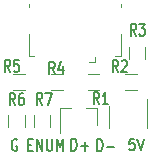
<source format=gto>
%TF.GenerationSoftware,KiCad,Pcbnew,4.0.7*%
%TF.CreationDate,2017-11-15T16:48:18+08:00*%
%TF.ProjectId,MicroUSB,4D6963726F5553422E6B696361645F70,rev?*%
%TF.FileFunction,Legend,Top*%
%FSLAX46Y46*%
G04 Gerber Fmt 4.6, Leading zero omitted, Abs format (unit mm)*
G04 Created by KiCad (PCBNEW 4.0.7) date 11/15/17 16:48:18*
%MOMM*%
%LPD*%
G01*
G04 APERTURE LIST*
%ADD10C,0.100000*%
%ADD11C,0.200000*%
%ADD12C,0.120000*%
G04 APERTURE END LIST*
D10*
D11*
X3059524Y-12840000D02*
X2983333Y-12792381D01*
X2869048Y-12792381D01*
X2754762Y-12840000D01*
X2678571Y-12935238D01*
X2640476Y-13030476D01*
X2602381Y-13220952D01*
X2602381Y-13363810D01*
X2640476Y-13554286D01*
X2678571Y-13649524D01*
X2754762Y-13744762D01*
X2869048Y-13792381D01*
X2945238Y-13792381D01*
X3059524Y-13744762D01*
X3097619Y-13697143D01*
X3097619Y-13363810D01*
X2945238Y-13363810D01*
X4023333Y-13268571D02*
X4290000Y-13268571D01*
X4404286Y-13792381D02*
X4023333Y-13792381D01*
X4023333Y-12792381D01*
X4404286Y-12792381D01*
X4747143Y-13792381D02*
X4747143Y-12792381D01*
X5204286Y-13792381D01*
X5204286Y-12792381D01*
X5585238Y-12792381D02*
X5585238Y-13601905D01*
X5623333Y-13697143D01*
X5661429Y-13744762D01*
X5737619Y-13792381D01*
X5890000Y-13792381D01*
X5966191Y-13744762D01*
X6004286Y-13697143D01*
X6042381Y-13601905D01*
X6042381Y-12792381D01*
X6423333Y-13792381D02*
X6423333Y-12792381D01*
X6690000Y-13506667D01*
X6956667Y-12792381D01*
X6956667Y-13792381D01*
X7675238Y-13772381D02*
X7675238Y-12772381D01*
X7865714Y-12772381D01*
X7980000Y-12820000D01*
X8056191Y-12915238D01*
X8094286Y-13010476D01*
X8132381Y-13200952D01*
X8132381Y-13343810D01*
X8094286Y-13534286D01*
X8056191Y-13629524D01*
X7980000Y-13724762D01*
X7865714Y-13772381D01*
X7675238Y-13772381D01*
X8475238Y-13391429D02*
X9084762Y-13391429D01*
X8780000Y-13772381D02*
X8780000Y-13010476D01*
X9875238Y-13812381D02*
X9875238Y-12812381D01*
X10065714Y-12812381D01*
X10180000Y-12860000D01*
X10256191Y-12955238D01*
X10294286Y-13050476D01*
X10332381Y-13240952D01*
X10332381Y-13383810D01*
X10294286Y-13574286D01*
X10256191Y-13669524D01*
X10180000Y-13764762D01*
X10065714Y-13812381D01*
X9875238Y-13812381D01*
X10675238Y-13431429D02*
X11284762Y-13431429D01*
X12987620Y-12752381D02*
X12606667Y-12752381D01*
X12568572Y-13228571D01*
X12606667Y-13180952D01*
X12682858Y-13133333D01*
X12873334Y-13133333D01*
X12949524Y-13180952D01*
X12987620Y-13228571D01*
X13025715Y-13323810D01*
X13025715Y-13561905D01*
X12987620Y-13657143D01*
X12949524Y-13704762D01*
X12873334Y-13752381D01*
X12682858Y-13752381D01*
X12606667Y-13704762D01*
X12568572Y-13657143D01*
X13254286Y-12752381D02*
X13520953Y-13752381D01*
X13787620Y-12752381D01*
D12*
X11850000Y-5760000D02*
X11400000Y-5760000D01*
X11850000Y-3910000D02*
X11850000Y-5760000D01*
X4050000Y-1360000D02*
X4050000Y-1610000D01*
X11850000Y-1360000D02*
X11850000Y-1610000D01*
X4050000Y-3910000D02*
X4050000Y-5760000D01*
X4050000Y-5760000D02*
X4500000Y-5760000D01*
X9650000Y-6310000D02*
X9200000Y-6310000D01*
X9650000Y-6310000D02*
X9650000Y-5860000D01*
X9860000Y-10130000D02*
X8930000Y-10130000D01*
X6700000Y-10130000D02*
X7630000Y-10130000D01*
X6700000Y-10130000D02*
X6700000Y-12290000D01*
X9860000Y-10130000D02*
X9860000Y-11590000D01*
X10870000Y-10020000D02*
X10870000Y-11820000D01*
X14090000Y-11820000D02*
X14090000Y-9370000D01*
X12240000Y-7290000D02*
X13240000Y-7290000D01*
X13240000Y-8650000D02*
X12240000Y-8650000D01*
X10040000Y-8650000D02*
X9040000Y-8650000D01*
X9040000Y-7290000D02*
X10040000Y-7290000D01*
X13900000Y-4980000D02*
X13900000Y-5980000D01*
X12540000Y-5980000D02*
X12540000Y-4980000D01*
X6950000Y-8650000D02*
X5950000Y-8650000D01*
X5950000Y-7290000D02*
X6950000Y-7290000D01*
X2740000Y-7290000D02*
X3740000Y-7290000D01*
X3740000Y-8650000D02*
X2740000Y-8650000D01*
X3700000Y-10780000D02*
X3700000Y-11780000D01*
X2340000Y-11780000D02*
X2340000Y-10780000D01*
X5890000Y-10780000D02*
X5890000Y-11780000D01*
X4530000Y-11780000D02*
X4530000Y-10780000D01*
D11*
X11626667Y-7102381D02*
X11360000Y-6626190D01*
X11169524Y-7102381D02*
X11169524Y-6102381D01*
X11474286Y-6102381D01*
X11550477Y-6150000D01*
X11588572Y-6197619D01*
X11626667Y-6292857D01*
X11626667Y-6435714D01*
X11588572Y-6530952D01*
X11550477Y-6578571D01*
X11474286Y-6626190D01*
X11169524Y-6626190D01*
X11931429Y-6197619D02*
X11969524Y-6150000D01*
X12045715Y-6102381D01*
X12236191Y-6102381D01*
X12312381Y-6150000D01*
X12350477Y-6197619D01*
X12388572Y-6292857D01*
X12388572Y-6388095D01*
X12350477Y-6530952D01*
X11893334Y-7102381D01*
X12388572Y-7102381D01*
X10006667Y-9832381D02*
X9740000Y-9356190D01*
X9549524Y-9832381D02*
X9549524Y-8832381D01*
X9854286Y-8832381D01*
X9930477Y-8880000D01*
X9968572Y-8927619D01*
X10006667Y-9022857D01*
X10006667Y-9165714D01*
X9968572Y-9260952D01*
X9930477Y-9308571D01*
X9854286Y-9356190D01*
X9549524Y-9356190D01*
X10768572Y-9832381D02*
X10311429Y-9832381D01*
X10540000Y-9832381D02*
X10540000Y-8832381D01*
X10463810Y-8975238D01*
X10387619Y-9070476D01*
X10311429Y-9118095D01*
X13136667Y-4032381D02*
X12870000Y-3556190D01*
X12679524Y-4032381D02*
X12679524Y-3032381D01*
X12984286Y-3032381D01*
X13060477Y-3080000D01*
X13098572Y-3127619D01*
X13136667Y-3222857D01*
X13136667Y-3365714D01*
X13098572Y-3460952D01*
X13060477Y-3508571D01*
X12984286Y-3556190D01*
X12679524Y-3556190D01*
X13403334Y-3032381D02*
X13898572Y-3032381D01*
X13631905Y-3413333D01*
X13746191Y-3413333D01*
X13822381Y-3460952D01*
X13860477Y-3508571D01*
X13898572Y-3603810D01*
X13898572Y-3841905D01*
X13860477Y-3937143D01*
X13822381Y-3984762D01*
X13746191Y-4032381D01*
X13517619Y-4032381D01*
X13441429Y-3984762D01*
X13403334Y-3937143D01*
X6256667Y-7262381D02*
X5990000Y-6786190D01*
X5799524Y-7262381D02*
X5799524Y-6262381D01*
X6104286Y-6262381D01*
X6180477Y-6310000D01*
X6218572Y-6357619D01*
X6256667Y-6452857D01*
X6256667Y-6595714D01*
X6218572Y-6690952D01*
X6180477Y-6738571D01*
X6104286Y-6786190D01*
X5799524Y-6786190D01*
X6942381Y-6595714D02*
X6942381Y-7262381D01*
X6751905Y-6214762D02*
X6561429Y-6929048D01*
X7056667Y-6929048D01*
X2486667Y-7092381D02*
X2220000Y-6616190D01*
X2029524Y-7092381D02*
X2029524Y-6092381D01*
X2334286Y-6092381D01*
X2410477Y-6140000D01*
X2448572Y-6187619D01*
X2486667Y-6282857D01*
X2486667Y-6425714D01*
X2448572Y-6520952D01*
X2410477Y-6568571D01*
X2334286Y-6616190D01*
X2029524Y-6616190D01*
X3210477Y-6092381D02*
X2829524Y-6092381D01*
X2791429Y-6568571D01*
X2829524Y-6520952D01*
X2905715Y-6473333D01*
X3096191Y-6473333D01*
X3172381Y-6520952D01*
X3210477Y-6568571D01*
X3248572Y-6663810D01*
X3248572Y-6901905D01*
X3210477Y-6997143D01*
X3172381Y-7044762D01*
X3096191Y-7092381D01*
X2905715Y-7092381D01*
X2829524Y-7044762D01*
X2791429Y-6997143D01*
X2896667Y-9902381D02*
X2630000Y-9426190D01*
X2439524Y-9902381D02*
X2439524Y-8902381D01*
X2744286Y-8902381D01*
X2820477Y-8950000D01*
X2858572Y-8997619D01*
X2896667Y-9092857D01*
X2896667Y-9235714D01*
X2858572Y-9330952D01*
X2820477Y-9378571D01*
X2744286Y-9426190D01*
X2439524Y-9426190D01*
X3582381Y-8902381D02*
X3430000Y-8902381D01*
X3353810Y-8950000D01*
X3315715Y-8997619D01*
X3239524Y-9140476D01*
X3201429Y-9330952D01*
X3201429Y-9711905D01*
X3239524Y-9807143D01*
X3277619Y-9854762D01*
X3353810Y-9902381D01*
X3506191Y-9902381D01*
X3582381Y-9854762D01*
X3620477Y-9807143D01*
X3658572Y-9711905D01*
X3658572Y-9473810D01*
X3620477Y-9378571D01*
X3582381Y-9330952D01*
X3506191Y-9283333D01*
X3353810Y-9283333D01*
X3277619Y-9330952D01*
X3239524Y-9378571D01*
X3201429Y-9473810D01*
X5196667Y-9882381D02*
X4930000Y-9406190D01*
X4739524Y-9882381D02*
X4739524Y-8882381D01*
X5044286Y-8882381D01*
X5120477Y-8930000D01*
X5158572Y-8977619D01*
X5196667Y-9072857D01*
X5196667Y-9215714D01*
X5158572Y-9310952D01*
X5120477Y-9358571D01*
X5044286Y-9406190D01*
X4739524Y-9406190D01*
X5463334Y-8882381D02*
X5996667Y-8882381D01*
X5653810Y-9882381D01*
M02*

</source>
